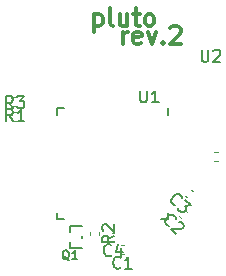
<source format=gto>
%TF.GenerationSoftware,KiCad,Pcbnew,(5.1.9)-1*%
%TF.CreationDate,2021-02-20T23:50:29+01:00*%
%TF.ProjectId,f-91w,662d3931-772e-46b6-9963-61645f706362,rev?*%
%TF.SameCoordinates,Original*%
%TF.FileFunction,Legend,Top*%
%TF.FilePolarity,Positive*%
%FSLAX46Y46*%
G04 Gerber Fmt 4.6, Leading zero omitted, Abs format (unit mm)*
G04 Created by KiCad (PCBNEW (5.1.9)-1) date 2021-02-20 23:50:29*
%MOMM*%
%LPD*%
G01*
G04 APERTURE LIST*
%ADD10C,0.300000*%
%ADD11C,0.120000*%
%ADD12C,0.203200*%
%ADD13C,0.150000*%
%ADD14C,0.152400*%
G04 APERTURE END LIST*
D10*
X58912642Y-88319571D02*
X58912642Y-87319571D01*
X58912642Y-87605285D02*
X58984071Y-87462428D01*
X59055500Y-87391000D01*
X59198357Y-87319571D01*
X59341214Y-87319571D01*
X60412642Y-88248142D02*
X60269785Y-88319571D01*
X59984071Y-88319571D01*
X59841214Y-88248142D01*
X59769785Y-88105285D01*
X59769785Y-87533857D01*
X59841214Y-87391000D01*
X59984071Y-87319571D01*
X60269785Y-87319571D01*
X60412642Y-87391000D01*
X60484071Y-87533857D01*
X60484071Y-87676714D01*
X59769785Y-87819571D01*
X60984071Y-87319571D02*
X61341214Y-88319571D01*
X61698357Y-87319571D01*
X62269785Y-88176714D02*
X62341214Y-88248142D01*
X62269785Y-88319571D01*
X62198357Y-88248142D01*
X62269785Y-88176714D01*
X62269785Y-88319571D01*
X62912642Y-86962428D02*
X62984071Y-86891000D01*
X63126928Y-86819571D01*
X63484071Y-86819571D01*
X63626928Y-86891000D01*
X63698357Y-86962428D01*
X63769785Y-87105285D01*
X63769785Y-87248142D01*
X63698357Y-87462428D01*
X62841214Y-88319571D01*
X63769785Y-88319571D01*
X56455500Y-85819571D02*
X56455500Y-87319571D01*
X56455500Y-85891000D02*
X56598357Y-85819571D01*
X56884071Y-85819571D01*
X57026928Y-85891000D01*
X57098357Y-85962428D01*
X57169785Y-86105285D01*
X57169785Y-86533857D01*
X57098357Y-86676714D01*
X57026928Y-86748142D01*
X56884071Y-86819571D01*
X56598357Y-86819571D01*
X56455500Y-86748142D01*
X58026928Y-86819571D02*
X57884071Y-86748142D01*
X57812642Y-86605285D01*
X57812642Y-85319571D01*
X59241214Y-85819571D02*
X59241214Y-86819571D01*
X58598357Y-85819571D02*
X58598357Y-86605285D01*
X58669785Y-86748142D01*
X58812642Y-86819571D01*
X59026928Y-86819571D01*
X59169785Y-86748142D01*
X59241214Y-86676714D01*
X59741214Y-85819571D02*
X60312642Y-85819571D01*
X59955500Y-85319571D02*
X59955500Y-86605285D01*
X60026928Y-86748142D01*
X60169785Y-86819571D01*
X60312642Y-86819571D01*
X61026928Y-86819571D02*
X60884071Y-86748142D01*
X60812642Y-86676714D01*
X60741214Y-86533857D01*
X60741214Y-86105285D01*
X60812642Y-85962428D01*
X60884071Y-85891000D01*
X61026928Y-85819571D01*
X61241214Y-85819571D01*
X61384071Y-85891000D01*
X61455500Y-85962428D01*
X61526928Y-86105285D01*
X61526928Y-86533857D01*
X61455500Y-86676714D01*
X61384071Y-86748142D01*
X61241214Y-86819571D01*
X61026928Y-86819571D01*
D11*
%TO.C,R101*%
X66899141Y-98271000D02*
X66591859Y-98271000D01*
X66899141Y-97511000D02*
X66591859Y-97511000D01*
%TO.C,R3*%
X49596359Y-94120000D02*
X49903641Y-94120000D01*
X49596359Y-94880000D02*
X49903641Y-94880000D01*
%TO.C,R2*%
X56885500Y-104237359D02*
X56885500Y-104544641D01*
X56125500Y-104237359D02*
X56125500Y-104544641D01*
%TO.C,R1*%
X49903641Y-93630000D02*
X49596359Y-93630000D01*
X49903641Y-92870000D02*
X49596359Y-92870000D01*
%TO.C,C4*%
X58163336Y-105051000D02*
X57947664Y-105051000D01*
X58163336Y-104331000D02*
X57947664Y-104331000D01*
%TO.C,C3*%
X64321693Y-101330810D02*
X64169190Y-101178307D01*
X64830810Y-100821693D02*
X64678307Y-100669190D01*
%TO.C,C2*%
X63827193Y-103096810D02*
X63674690Y-102944307D01*
X64336310Y-102587693D02*
X64183807Y-102435190D01*
%TO.C,C1*%
X58963336Y-106101000D02*
X58747664Y-106101000D01*
X58963336Y-105381000D02*
X58747664Y-105381000D01*
D12*
%TO.C,Q1*%
X54405500Y-103791000D02*
X55405500Y-103791000D01*
X55405500Y-104641000D02*
X55405500Y-104742314D01*
X55405500Y-105591000D02*
X54405500Y-105591000D01*
X54405500Y-105591000D02*
X54405500Y-105141000D01*
X54405500Y-104241000D02*
X54405500Y-103791000D01*
D13*
%TO.C,U1*%
X62700000Y-103200000D02*
X62125000Y-103200000D01*
X53300000Y-93800000D02*
X53875000Y-93800000D01*
X53300000Y-103200000D02*
X53875000Y-103200000D01*
X62700000Y-93800000D02*
X62700000Y-94375000D01*
X53300000Y-93800000D02*
X53300000Y-94375000D01*
X53300000Y-103200000D02*
X53300000Y-102625000D01*
X62700000Y-103200000D02*
X62700000Y-102625000D01*
%TO.C,R3*%
X49583333Y-93782380D02*
X49250000Y-93306190D01*
X49011904Y-93782380D02*
X49011904Y-92782380D01*
X49392857Y-92782380D01*
X49488095Y-92830000D01*
X49535714Y-92877619D01*
X49583333Y-92972857D01*
X49583333Y-93115714D01*
X49535714Y-93210952D01*
X49488095Y-93258571D01*
X49392857Y-93306190D01*
X49011904Y-93306190D01*
X49916666Y-92782380D02*
X50535714Y-92782380D01*
X50202380Y-93163333D01*
X50345238Y-93163333D01*
X50440476Y-93210952D01*
X50488095Y-93258571D01*
X50535714Y-93353809D01*
X50535714Y-93591904D01*
X50488095Y-93687142D01*
X50440476Y-93734761D01*
X50345238Y-93782380D01*
X50059523Y-93782380D01*
X49964285Y-93734761D01*
X49916666Y-93687142D01*
%TO.C,R2*%
X58127880Y-104557666D02*
X57651690Y-104891000D01*
X58127880Y-105129095D02*
X57127880Y-105129095D01*
X57127880Y-104748142D01*
X57175500Y-104652904D01*
X57223119Y-104605285D01*
X57318357Y-104557666D01*
X57461214Y-104557666D01*
X57556452Y-104605285D01*
X57604071Y-104652904D01*
X57651690Y-104748142D01*
X57651690Y-105129095D01*
X57223119Y-104176714D02*
X57175500Y-104129095D01*
X57127880Y-104033857D01*
X57127880Y-103795761D01*
X57175500Y-103700523D01*
X57223119Y-103652904D01*
X57318357Y-103605285D01*
X57413595Y-103605285D01*
X57556452Y-103652904D01*
X58127880Y-104224333D01*
X58127880Y-103605285D01*
%TO.C,R1*%
X49583333Y-94872380D02*
X49250000Y-94396190D01*
X49011904Y-94872380D02*
X49011904Y-93872380D01*
X49392857Y-93872380D01*
X49488095Y-93920000D01*
X49535714Y-93967619D01*
X49583333Y-94062857D01*
X49583333Y-94205714D01*
X49535714Y-94300952D01*
X49488095Y-94348571D01*
X49392857Y-94396190D01*
X49011904Y-94396190D01*
X50535714Y-94872380D02*
X49964285Y-94872380D01*
X50250000Y-94872380D02*
X50250000Y-93872380D01*
X50154761Y-94015238D01*
X50059523Y-94110476D01*
X49964285Y-94158095D01*
%TO.C,C4*%
X57888833Y-106208142D02*
X57841214Y-106255761D01*
X57698357Y-106303380D01*
X57603119Y-106303380D01*
X57460261Y-106255761D01*
X57365023Y-106160523D01*
X57317404Y-106065285D01*
X57269785Y-105874809D01*
X57269785Y-105731952D01*
X57317404Y-105541476D01*
X57365023Y-105446238D01*
X57460261Y-105351000D01*
X57603119Y-105303380D01*
X57698357Y-105303380D01*
X57841214Y-105351000D01*
X57888833Y-105398619D01*
X58745976Y-105636714D02*
X58745976Y-106303380D01*
X58507880Y-105255761D02*
X58269785Y-105970047D01*
X58888833Y-105970047D01*
%TO.C,C3*%
X63309366Y-101954931D02*
X63242023Y-101954931D01*
X63107336Y-101887587D01*
X63039992Y-101820244D01*
X62972649Y-101685556D01*
X62972649Y-101550869D01*
X63006320Y-101449854D01*
X63107336Y-101281495D01*
X63208351Y-101180480D01*
X63376710Y-101079465D01*
X63477725Y-101045793D01*
X63612412Y-101045793D01*
X63747099Y-101113137D01*
X63814443Y-101180480D01*
X63881786Y-101315167D01*
X63881786Y-101382511D01*
X64184832Y-101550869D02*
X64622565Y-101988602D01*
X64117488Y-102022274D01*
X64218504Y-102123289D01*
X64252175Y-102224305D01*
X64252175Y-102291648D01*
X64218504Y-102392663D01*
X64050145Y-102561022D01*
X63949130Y-102594694D01*
X63881786Y-102594694D01*
X63780771Y-102561022D01*
X63578740Y-102358992D01*
X63545068Y-102257976D01*
X63545068Y-102190633D01*
%TO.C,C2*%
X62814866Y-103720931D02*
X62747523Y-103720931D01*
X62612836Y-103653587D01*
X62545492Y-103586244D01*
X62478149Y-103451556D01*
X62478149Y-103316869D01*
X62511820Y-103215854D01*
X62612836Y-103047495D01*
X62713851Y-102946480D01*
X62882210Y-102845465D01*
X62983225Y-102811793D01*
X63117912Y-102811793D01*
X63252599Y-102879137D01*
X63319943Y-102946480D01*
X63387286Y-103081167D01*
X63387286Y-103148511D01*
X63656660Y-103417885D02*
X63724004Y-103417885D01*
X63825019Y-103451556D01*
X63993378Y-103619915D01*
X64027049Y-103720931D01*
X64027049Y-103788274D01*
X63993378Y-103889289D01*
X63926034Y-103956633D01*
X63791347Y-104023976D01*
X62983225Y-104023976D01*
X63420958Y-104461709D01*
%TO.C,C1*%
X58688833Y-107258142D02*
X58641214Y-107305761D01*
X58498357Y-107353380D01*
X58403119Y-107353380D01*
X58260261Y-107305761D01*
X58165023Y-107210523D01*
X58117404Y-107115285D01*
X58069785Y-106924809D01*
X58069785Y-106781952D01*
X58117404Y-106591476D01*
X58165023Y-106496238D01*
X58260261Y-106401000D01*
X58403119Y-106353380D01*
X58498357Y-106353380D01*
X58641214Y-106401000D01*
X58688833Y-106448619D01*
X59641214Y-107353380D02*
X59069785Y-107353380D01*
X59355500Y-107353380D02*
X59355500Y-106353380D01*
X59260261Y-106496238D01*
X59165023Y-106591476D01*
X59069785Y-106639095D01*
%TO.C,Q1*%
D14*
X54332928Y-106658285D02*
X54260357Y-106622000D01*
X54187785Y-106549428D01*
X54078928Y-106440571D01*
X54006357Y-106404285D01*
X53933785Y-106404285D01*
X53970071Y-106585714D02*
X53897500Y-106549428D01*
X53824928Y-106476857D01*
X53788642Y-106331714D01*
X53788642Y-106077714D01*
X53824928Y-105932571D01*
X53897500Y-105860000D01*
X53970071Y-105823714D01*
X54115214Y-105823714D01*
X54187785Y-105860000D01*
X54260357Y-105932571D01*
X54296642Y-106077714D01*
X54296642Y-106331714D01*
X54260357Y-106476857D01*
X54187785Y-106549428D01*
X54115214Y-106585714D01*
X53970071Y-106585714D01*
X55022357Y-106585714D02*
X54586928Y-106585714D01*
X54804642Y-106585714D02*
X54804642Y-105823714D01*
X54732071Y-105932571D01*
X54659500Y-106005142D01*
X54586928Y-106041428D01*
%TO.C,U2*%
D13*
X65543595Y-88843380D02*
X65543595Y-89652904D01*
X65591214Y-89748142D01*
X65638833Y-89795761D01*
X65734071Y-89843380D01*
X65924547Y-89843380D01*
X66019785Y-89795761D01*
X66067404Y-89748142D01*
X66115023Y-89652904D01*
X66115023Y-88843380D01*
X66543595Y-88938619D02*
X66591214Y-88891000D01*
X66686452Y-88843380D01*
X66924547Y-88843380D01*
X67019785Y-88891000D01*
X67067404Y-88938619D01*
X67115023Y-89033857D01*
X67115023Y-89129095D01*
X67067404Y-89271952D01*
X66495976Y-89843380D01*
X67115023Y-89843380D01*
%TO.C,U1*%
X60343595Y-92293380D02*
X60343595Y-93102904D01*
X60391214Y-93198142D01*
X60438833Y-93245761D01*
X60534071Y-93293380D01*
X60724547Y-93293380D01*
X60819785Y-93245761D01*
X60867404Y-93198142D01*
X60915023Y-93102904D01*
X60915023Y-92293380D01*
X61915023Y-93293380D02*
X61343595Y-93293380D01*
X61629309Y-93293380D02*
X61629309Y-92293380D01*
X61534071Y-92436238D01*
X61438833Y-92531476D01*
X61343595Y-92579095D01*
%TD*%
M02*

</source>
